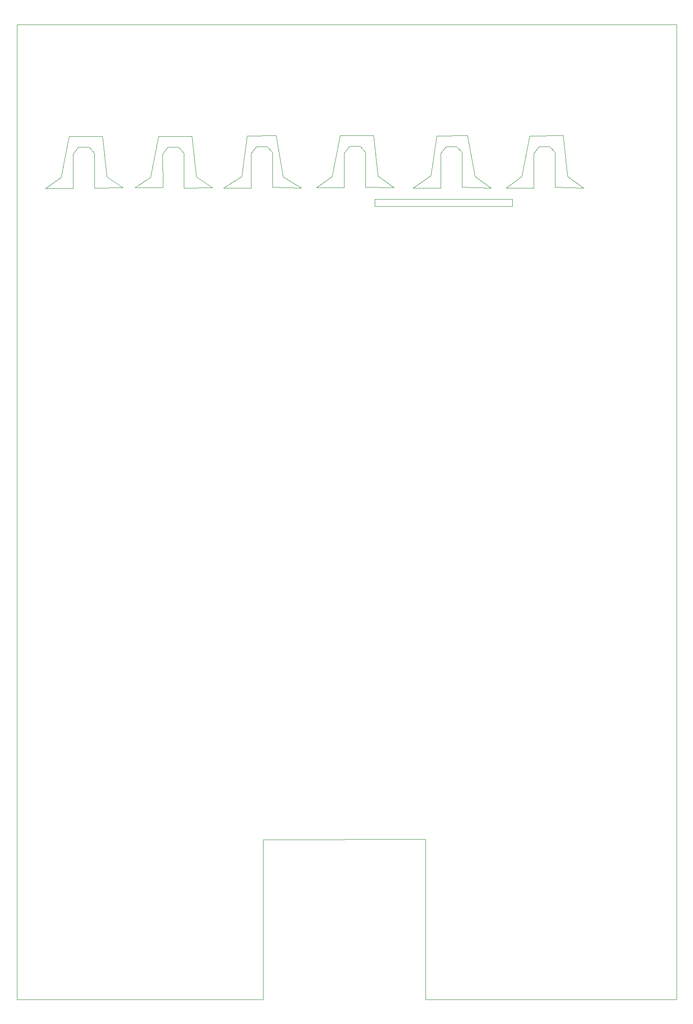
<source format=gm1>
%TF.GenerationSoftware,KiCad,Pcbnew,6.0.5-a6ca702e91~116~ubuntu20.04.1*%
%TF.CreationDate,2022-07-08T00:26:13+03:00*%
%TF.ProjectId,kolos_system_2022,6b6f6c6f-735f-4737-9973-74656d5f3230,rev?*%
%TF.SameCoordinates,Original*%
%TF.FileFunction,Profile,NP*%
%FSLAX46Y46*%
G04 Gerber Fmt 4.6, Leading zero omitted, Abs format (unit mm)*
G04 Created by KiCad (PCBNEW 6.0.5-a6ca702e91~116~ubuntu20.04.1) date 2022-07-08 00:26:13*
%MOMM*%
%LPD*%
G01*
G04 APERTURE LIST*
%TA.AperFunction,Profile*%
%ADD10C,0.100000*%
%TD*%
G04 APERTURE END LIST*
D10*
X124471305Y-66167000D02*
X127508000Y-68362276D01*
X122047000Y-68235276D01*
X122047000Y-61631276D01*
X121031000Y-60488276D01*
X118999000Y-60488276D01*
X117983000Y-61821776D01*
X117983000Y-68362276D01*
X112758979Y-68355729D01*
X116078000Y-66040000D01*
X117221000Y-58456276D01*
X123063000Y-58420000D01*
X124471305Y-66167000D01*
X131572000Y-71882000D02*
X105410000Y-71882000D01*
X105410000Y-70485000D01*
X131572000Y-70485000D01*
X131572000Y-71882000D01*
X106056305Y-66130724D02*
X109093000Y-68326000D01*
X103632000Y-68199000D01*
X103632000Y-61595000D01*
X102616000Y-60452000D01*
X100584000Y-60452000D01*
X99568000Y-61785500D01*
X99568000Y-68326000D01*
X94343979Y-68319453D01*
X97282000Y-66167000D01*
X98806000Y-58420000D01*
X105156000Y-58383724D01*
X106056305Y-66130724D01*
X142124305Y-66167000D02*
X145161000Y-68362276D01*
X139700000Y-68235276D01*
X139700000Y-61631276D01*
X138684000Y-60488276D01*
X136652000Y-60488276D01*
X135636000Y-61821776D01*
X135636000Y-68362276D01*
X130411979Y-68355729D01*
X133350000Y-66203276D01*
X134874000Y-58456276D01*
X141224000Y-58420000D01*
X142124305Y-66167000D01*
X54494305Y-66294000D02*
X57531000Y-68326000D01*
X52070000Y-68362276D01*
X52070000Y-61758276D01*
X51054000Y-60615276D01*
X49022000Y-60615276D01*
X48006000Y-61948776D01*
X48006000Y-68489276D01*
X42781979Y-68482729D01*
X45720000Y-66330276D01*
X47244000Y-58583276D01*
X53594000Y-58547000D01*
X54494305Y-66294000D01*
X162814000Y-222631000D02*
X115062000Y-222631000D01*
X115062000Y-192151000D01*
X84201000Y-192278000D01*
X84201000Y-222631000D01*
X37338000Y-222631000D01*
X37338000Y-37338000D01*
X162814000Y-37338000D01*
X162814000Y-222631000D01*
X88011000Y-66294000D02*
X91439942Y-68362276D01*
X85978942Y-68235276D01*
X85978942Y-61631276D01*
X84962942Y-60488276D01*
X82930942Y-60488276D01*
X81914942Y-61821776D01*
X81914942Y-68362276D01*
X76690921Y-68355729D01*
X80136942Y-66167000D01*
X81152942Y-58456276D01*
X86614000Y-58420000D01*
X88011000Y-66294000D01*
X71512305Y-66294000D02*
X74549000Y-68326000D01*
X69088000Y-68362276D01*
X69088000Y-61758276D01*
X68072000Y-60615276D01*
X66040000Y-60615276D01*
X65024000Y-61948776D01*
X65151000Y-68326000D01*
X59817000Y-68326000D01*
X62738000Y-66330276D01*
X64262000Y-58583276D01*
X70612000Y-58547000D01*
X71512305Y-66294000D01*
M02*

</source>
